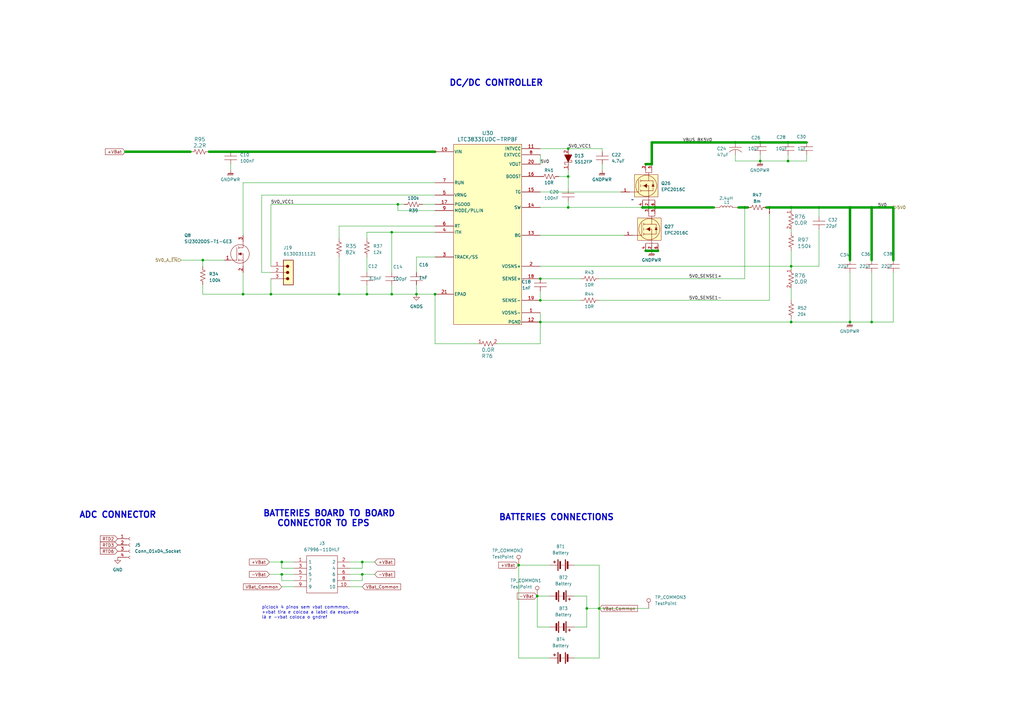
<source format=kicad_sch>
(kicad_sch (version 20230121) (generator eeschema)
  (paper "A3")
  (junction (at 160.655 120.65))
  (junction (at 263.525 85.09))
  (junction (at 221.615 123.19))
  (junction (at 233.045 85.09))
  (junction (at 111.125 120.65))
  (junction (at 221.615 132.08))
  (junction (at 323.215 58.42))
  (junction (at 221.615 114.3))
  (junction (at 335.915 85.09))
  (junction (at 267.335 102.87))
  (junction (at 170.815 120.65))
  (junction (at 323.215 66.04))
  (junction (at 178.435 120.65))
  (junction (at 311.785 66.04))
  (junction (at 115.57 235.585))
  (junction (at 94.615 62.23))
  (junction (at 148.59 235.585))
  (junction (at 240.665 249.555))
  (junction (at 233.045 60.96))
  (junction (at 160.655 95.25))
  (junction (at 348.615 85.09))
  (junction (at 315.595 85.09))
  (junction (at 266.065 85.09))
  (junction (at 324.485 85.09))
  (junction (at 305.435 85.09))
  (junction (at 301.625 58.42))
  (junction (at 268.605 85.09))
  (junction (at 139.065 120.65))
  (junction (at 324.485 109.22))
  (junction (at 233.045 72.39))
  (junction (at 163.195 83.82))
  (junction (at 83.185 106.68))
  (junction (at 99.695 120.65))
  (junction (at 150.495 120.65))
  (junction (at 245.745 249.555))
  (junction (at 220.345 244.475))
  (junction (at 267.335 67.31))
  (junction (at 348.615 132.08))
  (junction (at 148.59 230.505))
  (junction (at 311.785 58.42))
  (junction (at 212.725 231.775))
  (junction (at 324.485 132.08))
  (junction (at 357.505 85.09))
  (junction (at 357.505 132.08))
  (junction (at 115.57 230.505))
  (wire (pts (xy 143.51 233.045) (xy 148.59 233.045)))
  (wire (pts (xy 247.015 67.31) (xy 247.015 69.85)))
  (wire (pts (xy 240.665 249.555) (xy 245.745 249.555)))
  (wire (pts (xy 225.425 244.475) (xy 220.345 244.475)))
  (wire (pts (xy 178.435 92.71) (xy 139.065 92.71)))
  (wire (pts (xy 221.615 78.74) (xy 254.635 78.74)))
  (wire (pts (xy 225.425 269.875) (xy 212.725 269.875)))
  (wire (pts (xy 357.505 85.09) (xy 366.395 85.09)) (stroke (width 1)))
  (wire (pts (xy 51.435 62.23) (xy 78.105 62.23)) (stroke (width 1)))
  (wire (pts (xy 335.915 93.98) (xy 335.915 109.22)))
  (wire (pts (xy 366.395 85.09) (xy 366.395 106.68)) (stroke (width 1)))
  (wire (pts (xy 115.57 230.505) (xy 115.57 233.045)))
  (wire (pts (xy 110.49 235.585) (xy 115.57 235.585)))
  (wire (pts (xy 357.505 106.68) (xy 357.505 85.09)) (stroke (width 1)))
  (wire (pts (xy 170.815 116.84) (xy 170.815 120.65)))
  (wire (pts (xy 111.125 111.76) (xy 107.315 111.76)))
  (wire (pts (xy 324.485 132.08) (xy 348.615 132.08)))
  (wire (pts (xy 324.485 102.87) (xy 324.485 109.22)))
  (wire (pts (xy 111.125 83.82) (xy 163.195 83.82)))
  (wire (pts (xy 221.615 114.3) (xy 238.125 114.3)))
  (wire (pts (xy 314.325 85.09) (xy 315.595 85.09)) (stroke (width 1)))
  (wire (pts (xy 357.505 132.08) (xy 366.395 132.08)))
  (wire (pts (xy 335.915 85.09) (xy 335.915 88.9)))
  (wire (pts (xy 115.57 238.125) (xy 120.65 238.125)))
  (wire (pts (xy 311.785 66.04) (xy 323.215 66.04)))
  (wire (pts (xy 110.49 230.505) (xy 115.57 230.505)))
  (wire (pts (xy 330.835 63.5) (xy 330.835 66.04)))
  (wire (pts (xy 267.335 58.42) (xy 301.625 58.42)) (stroke (width 1)))
  (wire (pts (xy 143.51 240.665) (xy 148.59 240.665)))
  (wire (pts (xy 240.665 249.555) (xy 240.665 257.175)))
  (wire (pts (xy 139.065 92.71) (xy 139.065 97.79)))
  (wire (pts (xy 143.51 238.125) (xy 148.59 238.125)))
  (wire (pts (xy 245.745 249.555) (xy 266.065 249.555)))
  (wire (pts (xy 245.745 114.3) (xy 305.435 114.3)))
  (wire (pts (xy 203.835 140.97) (xy 221.615 140.97)))
  (wire (pts (xy 99.695 120.65) (xy 111.125 120.65)))
  (wire (pts (xy 150.495 95.25) (xy 150.495 97.79)))
  (wire (pts (xy 301.625 58.42) (xy 311.785 58.42)) (stroke (width 1)))
  (wire (pts (xy 83.185 116.84) (xy 83.185 120.65)))
  (wire (pts (xy 245.745 123.19) (xy 315.595 123.19)))
  (wire (pts (xy 150.495 120.65) (xy 160.655 120.65)))
  (wire (pts (xy 348.615 85.09) (xy 357.505 85.09)) (stroke (width 1)))
  (wire (pts (xy 170.815 120.65) (xy 178.435 120.65)))
  (wire (pts (xy 170.815 105.41) (xy 178.435 105.41)))
  (wire (pts (xy 264.795 67.31) (xy 267.335 67.31)) (stroke (width 1)))
  (wire (pts (xy 163.195 86.36) (xy 163.195 83.82)))
  (wire (pts (xy 99.695 96.52) (xy 99.695 74.93)))
  (wire (pts (xy 220.345 257.175) (xy 225.425 257.175)))
  (wire (pts (xy 240.665 244.475) (xy 240.665 249.555)))
  (wire (pts (xy 99.695 111.76) (xy 99.695 120.65)))
  (wire (pts (xy 196.215 140.97) (xy 178.435 140.97)))
  (wire (pts (xy 160.655 95.25) (xy 160.655 111.76)))
  (wire (pts (xy 94.615 62.23) (xy 178.435 62.23)) (stroke (width 1)))
  (wire (pts (xy 311.785 63.5) (xy 311.785 66.04)))
  (wire (pts (xy 233.045 69.85) (xy 233.045 72.39)))
  (wire (pts (xy 233.045 72.39) (xy 233.045 77.47)))
  (wire (pts (xy 148.59 230.505) (xy 143.51 230.505)))
  (wire (pts (xy 221.615 132.08) (xy 324.485 132.08)))
  (wire (pts (xy 139.065 120.65) (xy 150.495 120.65)))
  (wire (pts (xy 267.335 67.31) (xy 267.335 58.42)) (stroke (width 1)))
  (wire (pts (xy 163.195 83.82) (xy 165.735 83.82)))
  (wire (pts (xy 235.585 269.875) (xy 245.745 269.875)))
  (wire (pts (xy 267.335 102.87) (xy 269.875 102.87)) (stroke (width 1)))
  (wire (pts (xy 315.595 87.63) (xy 315.595 123.19)))
  (wire (pts (xy 323.215 66.04) (xy 330.835 66.04)))
  (wire (pts (xy 263.525 85.09) (xy 266.065 85.09)) (stroke (width 1)))
  (wire (pts (xy 160.655 116.84) (xy 160.655 120.65)))
  (wire (pts (xy 240.665 257.175) (xy 235.585 257.175)))
  (wire (pts (xy 74.295 106.68) (xy 83.185 106.68)))
  (wire (pts (xy 148.59 235.585) (xy 143.51 235.585)))
  (wire (pts (xy 83.185 106.68) (xy 83.185 109.22)))
  (wire (pts (xy 245.745 231.775) (xy 245.745 249.555)))
  (wire (pts (xy 85.725 62.23) (xy 94.615 62.23)) (stroke (width 1)))
  (wire (pts (xy 221.615 128.27) (xy 221.615 132.08)))
  (wire (pts (xy 221.615 63.5) (xy 221.615 67.31)))
  (wire (pts (xy 229.235 72.39) (xy 233.045 72.39)))
  (wire (pts (xy 245.745 249.555) (xy 245.745 269.875)))
  (wire (pts (xy 120.65 230.505) (xy 115.57 230.505)))
  (wire (pts (xy 221.615 119.38) (xy 221.615 123.19)))
  (wire (pts (xy 221.615 85.09) (xy 233.045 85.09)))
  (wire (pts (xy 335.915 109.22) (xy 324.485 109.22)))
  (wire (pts (xy 311.785 58.42) (xy 323.215 58.42)) (stroke (width 1)))
  (wire (pts (xy 150.495 105.41) (xy 150.495 111.76)))
  (wire (pts (xy 99.695 74.93) (xy 178.435 74.93)))
  (wire (pts (xy 233.045 82.55) (xy 233.045 85.09)))
  (wire (pts (xy 115.57 233.045) (xy 120.65 233.045)))
  (wire (pts (xy 366.395 111.76) (xy 366.395 132.08)))
  (wire (pts (xy 221.615 96.52) (xy 255.905 96.52)))
  (wire (pts (xy 357.505 111.76) (xy 357.505 132.08)))
  (wire (pts (xy 173.355 83.82) (xy 178.435 83.82)))
  (wire (pts (xy 139.065 105.41) (xy 139.065 120.65)))
  (wire (pts (xy 111.125 120.65) (xy 139.065 120.65)))
  (wire (pts (xy 107.315 80.01) (xy 178.435 80.01)))
  (wire (pts (xy 348.615 132.08) (xy 357.505 132.08)))
  (wire (pts (xy 170.815 111.76) (xy 170.815 105.41)))
  (wire (pts (xy 120.65 235.585) (xy 115.57 235.585)))
  (wire (pts (xy 268.605 85.09) (xy 292.735 85.09)) (stroke (width 1)))
  (wire (pts (xy 235.585 231.775) (xy 245.745 231.775)))
  (wire (pts (xy 150.495 116.84) (xy 150.495 120.65)))
  (wire (pts (xy 301.625 63.5) (xy 301.625 66.04)))
  (wire (pts (xy 301.625 66.04) (xy 311.785 66.04)))
  (wire (pts (xy 235.585 244.475) (xy 240.665 244.475)))
  (wire (pts (xy 148.59 230.505) (xy 153.67 230.505)))
  (wire (pts (xy 324.485 118.11) (xy 324.485 123.19)))
  (wire (pts (xy 221.615 123.19) (xy 238.125 123.19)))
  (wire (pts (xy 178.435 95.25) (xy 160.655 95.25)))
  (wire (pts (xy 212.725 269.875) (xy 212.725 231.775)))
  (wire (pts (xy 107.315 80.01) (xy 107.315 111.76)))
  (wire (pts (xy 115.57 235.585) (xy 115.57 238.125)))
  (wire (pts (xy 148.59 233.045) (xy 148.59 230.505)))
  (wire (pts (xy 348.615 111.76) (xy 348.615 132.08)))
  (wire (pts (xy 221.615 109.22) (xy 324.485 109.22)))
  (wire (pts (xy 305.435 114.3) (xy 305.435 85.09)))
  (wire (pts (xy 83.185 120.65) (xy 99.695 120.65)))
  (wire (pts (xy 324.485 130.81) (xy 324.485 132.08)))
  (wire (pts (xy 160.655 95.25) (xy 150.495 95.25)))
  (wire (pts (xy 302.895 85.09) (xy 305.435 85.09)) (stroke (width 1)))
  (wire (pts (xy 247.015 62.23) (xy 247.015 60.96)))
  (wire (pts (xy 315.595 85.09) (xy 324.485 85.09)) (stroke (width 1)))
  (wire (pts (xy 221.615 140.97) (xy 221.615 132.08)))
  (wire (pts (xy 212.725 231.775) (xy 225.425 231.775)))
  (bus (pts (xy 259.08 81.915) (xy 259.715 81.915)))
  (wire (pts (xy 324.485 93.98) (xy 324.485 95.25)))
  (wire (pts (xy 178.435 86.36) (xy 163.195 86.36)))
  (wire (pts (xy 323.215 58.42) (xy 330.835 58.42)) (stroke (width 1)))
  (wire (pts (xy 178.435 140.97) (xy 178.435 120.65)))
  (wire (pts (xy 83.185 106.68) (xy 92.075 106.68)))
  (wire (pts (xy 305.435 85.09) (xy 306.705 85.09)) (stroke (width 1)))
  (wire (pts (xy 111.125 83.82) (xy 111.125 109.22)))
  (wire (pts (xy 233.045 60.96) (xy 247.015 60.96)))
  (wire (pts (xy 348.615 85.09) (xy 348.615 106.68)) (stroke (width 1)))
  (wire (pts (xy 324.485 85.09) (xy 324.485 86.36)))
  (wire (pts (xy 148.59 235.585) (xy 153.67 235.585)))
  (wire (pts (xy 94.615 67.31) (xy 94.615 69.85)))
  (wire (pts (xy 324.485 85.09) (xy 335.915 85.09)) (stroke (width 1)))
  (wire (pts (xy 323.215 63.5) (xy 323.215 66.04)))
  (wire (pts (xy 111.125 114.3) (xy 111.125 120.65)))
  (wire (pts (xy 160.655 120.65) (xy 170.815 120.65)))
  (wire (pts (xy 335.915 85.09) (xy 348.615 85.09)) (stroke (width 1)))
  (wire (pts (xy 148.59 238.125) (xy 148.59 235.585)))
  (wire (pts (xy 220.345 244.475) (xy 220.345 257.175)))
  (wire (pts (xy 264.795 102.87) (xy 267.335 102.87)) (stroke (width 1)))
  (wire (pts (xy 266.065 85.09) (xy 268.605 85.09)) (stroke (width 1)))
  (wire (pts (xy 233.045 85.09) (xy 263.525 85.09)))
  (wire (pts (xy 324.485 109.22) (xy 324.485 110.49)))
  (wire (pts (xy 221.615 60.96) (xy 233.045 60.96)))
  (wire (pts (xy 115.57 240.665) (xy 120.65 240.665)))
  (text "DC/DC CONTROLLER" (at 184.15 35.56 0) (effects (font (size 2.5 2.5) (thickness 0.5) bold) (justify left bottom)))
  (text "BATTERIES BOARD TO BOARD \n   CONNECTOR TO EPS\n" (at 107.7834 216.158 0) (effects (font (size 2.5 2.5) (thickness 0.5) bold) (justify left bottom)))
  (text "ADC CONNECTOR" (at 32.385 212.725 0) (effects (font (size 2.5 2.5) (thickness 0.5) bold) (justify left bottom)))
  (text "piclock 4 pinos sem vbat commmon, \n+vbat tira e colcoa a label da esquerda \nlá e -vbat coloca o gndref" (at 107.315 254 0) (effects (font (size 1.27 1.27)) (justify left bottom)))
  (text "BATTERIES CONNECTIONS\n" (at 204.5112 213.7235 0) (effects (font (size 2.5 2.5) (thickness 0.5) bold) (justify left bottom)))
  (label "5V0_VCC1" (at 233.045 60.96 0))
  (label "5V0" (at 360.045 85.09 0))
  (label "VBUS_BK5V0" (at 280.035 58.42 0))
  (label "5V0_SENSE1+" (at 282.575 114.3 0))
  (label "5V0" (at 221.615 67.31 0))
  (label "5V0_VCC1" (at 111.125 83.82 0))
  (label "5V0_SENSE1-" (at 282.575 123.19 0))
  (global_label "RTD6" (shape input) (at 48.26 226.06 180) (property "Intersheetrefs" "${INTERSHEET_REFS}" (effects hide)))
  (global_label "-VBat" (shape input) (at 220.345 244.475 180) (property "Intersheetrefs" "${INTERSHEET_REFS}" (effects hide)))
  (global_label "-VBat" (shape input) (at 153.67 235.585 0) (property "Intersheetrefs" "${INTERSHEET_REFS}" (effects hide)))
  (global_label "+VBat" (shape input) (at 212.725 231.775 180) (property "Intersheetrefs" "${INTERSHEET_REFS}" (effects hide)))
  (global_label "RTD2" (shape input) (at 48.26 220.98 180) (property "Intersheetrefs" "${INTERSHEET_REFS}" (effects hide)))
  (global_label "VBat_Common" (shape input) (at 245.745 249.555 0) (property "Intersheetrefs" "${INTERSHEET_REFS}" (effects hide)))
  (global_label "VBat_Common" (shape input) (at 148.59 240.665 0) (property "Intersheetrefs" "${INTERSHEET_REFS}" (effects hide)))
  (global_label "-VBat" (shape input) (at 110.49 235.585 180) (property "Intersheetrefs" "${INTERSHEET_REFS}" (effects hide)))
  (global_label "RTD3" (shape input) (at 48.26 223.52 180) (property "Intersheetrefs" "${INTERSHEET_REFS}" (effects hide)))
  (global_label "+VBat" (shape input) (at 51.435 62.23 180) (property "Intersheetrefs" "${INTERSHEET_REFS}" (effects hide)))
  (global_label "VBat_Common" (shape input) (at 115.57 240.665 180) (property "Intersheetrefs" "${INTERSHEET_REFS}" (effects hide)))
  (global_label "+VBat" (shape input) (at 153.67 230.505 0) (property "Intersheetrefs" "${INTERSHEET_REFS}" (effects hide)))
  (global_label "+VBat" (shape input) (at 110.49 230.505 180) (property "Intersheetrefs" "${INTERSHEET_REFS}" (effects hide)))
  (hierarchical_label "5V0_A_~{EN}" (shape input) (at 74.295 106.68 180))
  (hierarchical_label "5V0" (shape output) (at 366.395 85.09 0))
  (symbol (lib_id "LTC3833EUDC#TRPBF:LTC3833EUDC-TRPBF") (at 173.355 64.77 0) (unit 1)
    (property "Reference" "U30" (at 200.025 54.61 0) (effects (font (size 1.524 1.524))))
    (property "Value" "LTC3833EUDC-TRPBF" (at 200.025 57.15 0) (effects (font (size 1.524 1.524))))
    (property "Footprint" "footprints:LTC3833EUDC#TRPBF" (effects hide))
    (property "Datasheet" "https://www.analog.com/media/en/technical-documentation/data-sheets/3833f.pdf" (effects hide))
    (instances (project "eps-re_project" (path "" (reference "U30") (unit 1)) (path "" (reference "U23") (unit 1))) (project "bat-module" (path "" (reference "U7") (unit 1))))
  )
  (symbol (lib_id "GCM32ER71C226KE19L:GCM32ER71C226KE19L") (at 357.505 106.68 0) (unit 1)
    (property "Reference" "C36" (at 353.1362 104.2416 0) (effects (justify left)))
    (property "Value" "22uF" (at 352.425 109.22 0) (effects (justify left)))
    (property "Footprint" "footprints:GCM32ER71C226KE19L" (effects hide))
    (property "Datasheet" "https://www.murata.com/en-us/products/productdetail?partno=GCM32ER71C226KE19%23" (effects hide))
    (property "automotive" "Yes" (effects hide))
    (property "automotive grade" "Grade 1" (effects hide))
    (property "capacitance" "22uF" (effects hide))
    (property "category" "Cap" (effects hide))
    (property "device class L1" "Passive Components" (effects hide))
    (property "device class L2" "Capacitors" (effects hide))
    (property "device class L3" "Ceramic Capacitors" (effects hide))
    (property "digikey description" "Cap Ceramic 22pF 50V X7R 10% SMD 0603 125°C Punched Paper T/R" (effects hide))
    (property "digikey part number" "399-13715-2-ND" (effects hide))
    (property "height" "2.7mm" (effects hide))
    (property "lead free" "Yes" (effects hide))
    (property "library id" "c3f1d06b93fd8ef7" (effects hide))
    (property "manufacturer" "Murata" (effects hide))
    (property "material" "Ceramic" (effects hide))
    (property "mouser description" "Cap Ceramic 22pF 50V X7R 10% SMD 0603 125°C Punched Paper T/R" (effects hide))
    (property "mouser part number" "80-C0603C220K5RAUTO" (effects hide))
    (property "package" "1210" (effects hide))
    (property "rohs" "Yes" (effects hide))
    (property "temperature characteristic" "X7R" (effects hide))
    (property "temperature coefficient" "15%" (effects hide))
    (property "temperature range high" "+125°C" (effects hide))
    (property "temperature range low" "-55°C" (effects hide))
    (property "tolerance" "10%" (effects hide))
    (property "voltage rating" "16V" (effects hide))
    (property "ipc land pattern name" "CAPC320250X250" (effects hide))
    (instances (project "eps-re_project" (path "" (reference "C36") (unit 1)) (path "" (reference "C37") (unit 1))) (project "5V0_LoadConverter" (path "" (reference "C14") (unit 1))) (project "5V0_LoadConverter" (path "" (reference "C29") (unit 1))) (project "bat-module" (path "" (reference "C25") (unit 1))))
  )
  (symbol (lib_id "power:GNDPWR") (at 247.015 69.85 0) (unit 1)
    (property "Reference" "#PWR069" (effects hide))
    (property "Value" "GNDPWR" (at 246.888 73.66 0))
    (instances (project "eps-re_project" (path "" (reference "#PWR069") (unit 1))) (project "bat-module" (path "" (reference "#PWR012") (unit 1))))
  )
  (symbol (lib_id "GCM32ER71C226KE19L:GCM32ER71C226KE19L") (at 366.395 106.68 0) (unit 1)
    (property "Reference" "C38" (at 362.2294 104.14 0) (effects (justify left)))
    (property "Value" "22uF" (at 361.315 109.22 0) (effects (justify left)))
    (property "Footprint" "footprints:GCM32ER71C226KE19L" (effects hide))
    (property "Datasheet" "https://www.murata.com/en-us/products/productdetail?partno=GCM32ER71C226KE19%23" (effects hide))
    (property "automotive" "Yes" (effects hide))
    (property "automotive grade" "Grade 1" (effects hide))
    (property "capacitance" "22uF" (effects hide))
    (property "category" "Cap" (effects hide))
    (property "device class L1" "Passive Components" (effects hide))
    (property "device class L2" "Capacitors" (effects hide))
    (property "device class L3" "Ceramic Capacitors" (effects hide))
    (property "digikey description" "Cap Ceramic 22pF 50V X7R 10% SMD 0603 125°C Punched Paper T/R" (effects hide))
    (property "digikey part number" "399-13715-2-ND" (effects hide))
    (property "height" "2.7mm" (effects hide))
    (property "lead free" "Yes" (effects hide))
    (property "library id" "c3f1d06b93fd8ef7" (effects hide))
    (property "manufacturer" "Murata" (effects hide))
    (property "material" "Ceramic" (effects hide))
    (property "mouser description" "Cap Ceramic 22pF 50V X7R 10% SMD 0603 125°C Punched Paper T/R" (effects hide))
    (property "mouser part number" "80-C0603C220K5RAUTO" (effects hide))
    (property "package" "1210" (effects hide))
    (property "rohs" "Yes" (effects hide))
    (property "temperature characteristic" "X7R" (effects hide))
    (property "temperature coefficient" "15%" (effects hide))
    (property "temperature range high" "+125°C" (effects hide))
    (property "temperature range low" "-55°C" (effects hide))
    (property "tolerance" "10%" (effects hide))
    (property "voltage rating" "16V" (effects hide))
    (property "ipc land pattern name" "CAPC320250X250" (effects hide))
    (instances (project "eps-re_project" (path "" (reference "C38") (unit 1)) (path "" (reference "C39") (unit 1))) (project "5V0_LoadConverter" (path "" (reference "C15") (unit 1))) (project "5V0_LoadConverter" (path "" (reference "C31") (unit 1))) (project "bat-module" (path "" (reference "C26") (unit 1))))
  )
  (symbol (lib_id "Jumper:Jumper") (at 315.595 86.36 90) (unit 1)
    (property "Reference" "JP2" (effects hide))
    (property "Value" "SolderJumper_2_Bridged" (effects hide))
    (property "Footprint" "footprints:Jumper" (effects hide))
    (instances (project "eps-re_project" (path "" (reference "JP2") (unit 1))) (project "bat-module" (path "" (reference "JP1") (unit 1))))
  )
  (symbol (lib_id "CRCW060310R0FKEAHP:CRCW060310R0FKEAHP") (at 250.571 123.19 180) (unit 1)
    (property "Reference" "R44" (at 241.681 120.65 0))
    (property "Value" "10R" (at 241.681 125.73 0))
    (property "Footprint" "footprints:CRCW060310R0FKEAHP" (effects hide))
    (property "Datasheet" "http://www.farnell.com/datasheets/1885357.pdf" (effects hide))
    (property "Description" "CRCW Power Resistor 0603 0.25W 10R 1% Vishay CRCW Series Thick Film Power Resistor 0603 Case 10 +/-1% 0.1W +/-100ppm/K" (effects hide))
    (property "Height" "0.5" (effects hide))
    (property "Manufacturer_Name" "Vishay" (effects hide))
    (property "Manufacturer_Part_Number" "CRCW060310R0FKEAHP" (effects hide))
    (property "Mouser Part Number" "71-CRCW060310R0FKEAH" (effects hide))
    (property "Mouser Price/Stock" "https://www.mouser.co.uk/ProductDetail/Vishay-Dale/CRCW060310R0FKEAHP?qs=k2%2FDWSARqgHKJ7AdmQKyZw%3D%3D" (effects hide))
    (property "Arrow Part Number" "CRCW060310R0FKEAHP" (effects hide))
    (property "Arrow Price/Stock" "https://www.arrow.com/en/products/crcw060310r0fkeahp/vishay?region=nac" (effects hide))
    (instances (project "eps-re_project" (path "" (reference "R44") (unit 1)) (path "" (reference "R42") (unit 1))) (project "5V0_LoadConverter" (path "" (reference "R6") (unit 1))) (project "5V0_LoadConverter" (path "" (reference "R13") (unit 1))) (project "bat-module" (path "" (reference "R37") (unit 1))))
  )
  (symbol (lib_id "Device:Battery") (at 230.505 231.775 90) (unit 1)
    (property "Reference" "BT1" (at 229.9335 224.155 90))
    (property "Value" "Battery" (at 229.9335 226.695 90))
  )
  (symbol (lib_id "744325240:744325240") (at 285.115 85.09 0) (unit 1)
    (property "Reference" "L1" (at 298.1706 83.0072 0))
    (property "Value" "2.4uH" (at 297.815 81.28 0))
    (property "Footprint" "footprints:744325240" (effects hide))
    (property "Mouser Part Number" "710-744325240" (effects hide))
    (property "Mouser Price/Stock" "https://www.mouser.co.uk/ProductDetail/Wurth-Elektronik/744325240?qs=rS3zZhy2AQMrPYR9dqBgsw%3D%3D" (effects hide))
    (property "Manufacturer_Name" "Wurth Elektronik" (effects hide))
    (property "Manufacturer_Part_Number" "744325240" (effects hide))
    (instances (project "eps-re_project" (path "" (reference "L1") (unit 1)) (path "" (reference "L8") (unit 1))) (project "5V0_LoadConverter" (path "" (reference "L1") (unit 1))) (project "5V0_LoadConverter" (path "" (reference "L2") (unit 1))) (project "bat-module" (path "" (reference "L1") (unit 1))))
  )
  (symbol (lib_id "CRCW06030000Z0EAHP:CRCW06030000Z0EAHP") (at 324.485 107.95 270) (unit 1)
    (property "Reference" "R76" (at 325.755 113.03 90) (effects (font (size 1.524 1.524)) (justify left)))
    (property "Value" "0.0R" (at 325.755 115.57 90) (effects (font (size 1.524 1.524)) (justify left)))
    (property "Footprint" "footprints:CRCW06030000Z0EAHP" (effects hide))
    (property "Datasheet" "CRCW06030000Z0EAHP" (effects hide))
    (instances (project "eps-re_project" (path "" (reference "R76") (unit 1)) (path "" (reference "R51") (unit 1))) (project "bat-module" (path "" (reference "R41") (unit 1))))
  )
  (symbol (lib_id "power:GNDPWR") (at 348.615 132.08 0) (unit 1)
    (property "Reference" "#PWR067" (effects hide))
    (property "Value" "GNDPWR" (at 348.488 135.89 0))
    (instances (project "eps-re_project" (path "" (reference "#PWR067") (unit 1))) (project "bat-module" (path "" (reference "#PWR047") (unit 1))))
  )
  (symbol (lib_id "C0603C102F3GACTU:C0603C102F3GACTU") (at 221.615 114.3 0) (unit 1)
    (property "Reference" "C18" (at 217.805 115.57 0) (effects (justify right)))
    (property "Value" "1nF" (at 217.805 118.11 0) (effects (justify right)))
    (property "Footprint" "footprints:C0603C102F3GACTU" (effects hide))
    (property "Datasheet" "https://api.kemet.com/component-edge/download/datasheet/C0603C100J5GACAUTO.pdf" (effects hide))
    (property "automotive" "Yes" (effects hide))
    (property "automotive grade" "Grade 1" (effects hide))
    (property "capacitance" "1,000 pF" (effects hide))
    (property "category" "Cap" (effects hide))
    (property "device class L1" "Passive Components" (effects hide))
    (property "device class L2" "Capacitors" (effects hide))
    (property "device class L3" "Ceramic Capacitors" (effects hide))
    (property "digikey description" "CAP CER 1000PF 25V 1% NP0 0603" (effects hide))
    (property "digikey part number" "C0603C102F3GACTU-ND" (effects hide))
    (property "height" "0.87mm" (effects hide))
    (property "lead free" "Yes" (effects hide))
    (property "library id" "46f08c8db7ea7e1d" (effects hide))
    (property "manufacturer" "KEMET" (effects hide))
    (property "material" "Ceramic" (effects hide))
    (property "mouser description" "Capacitor, Ceramic, 1Nf, 25Vdc, 1-% Tol, 1+% Tol, C0g-Tc Code, -30, 30Ppm-Tc" (effects hide))
    (property "mouser part number" "80-C0603C102F3G" (effects hide))
    (property "package" "0603" (effects hide))
    (property "rohs" "Yes" (effects hide))
    (property "temperature characteristic" "C0G" (effects hide))
    (property "temperature coefficient" "30ppm/°C" (effects hide))
    (property "temperature range high" "+125°C" (effects hide))
    (property "temperature range low" "-55°C" (effects hide))
    (property "tolerance" "0.01" (effects hide))
    (property "voltage rating" "25 V" (effects hide))
    (instances (project "eps-re_project" (path "" (reference "C18") (unit 1)) (path "" (reference "C19") (unit 1))) (project "5V0_LoadConverter" (path "" (reference "C2") (unit 1))) (project "5V0_LoadConverter" (path "" (reference "C11") (unit 1))) (project "bat-module" (path "" (reference "C16") (unit 1))))
  )
  (symbol (lib_id "C0603C104K5RACTU:C0603C104K5RACTU") (at 233.045 77.47 0) (unit 1)
    (property "Reference" "C20" (at 229.235 78.74 0) (effects (justify right)))
    (property "Value" "100nF" (at 229.235 81.28 0) (effects (justify right)))
    (property "Footprint" "footprints:C0603C104K5RACTU" (effects hide))
    (property "Datasheet" "https://api.kemet.com/component-edge/download/datasheet/C0603C100J5GACAUTO.pdf" (effects hide))
    (property "automotive" "Yes" (effects hide))
    (property "automotive grade" "Grade 1" (effects hide))
    (property "capacitance" "0.10 μF" (effects hide))
    (property "category" "Cap" (effects hide))
    (property "device class L1" "Passive Components" (effects hide))
    (property "device class L2" "Capacitors" (effects hide))
    (property "device class L3" "Ceramic Capacitors" (effects hide))
    (property "digikey description" "CAP CER 0.1UF 50V X7R 0603" (effects hide))
    (property "digikey part number" "399-5089-2-ND" (effects hide))
    (property "height" "0.87mm" (effects hide))
    (property "lead free" "Yes" (effects hide))
    (property "library id" "73022d3323b2b2b8" (effects hide))
    (property "manufacturer" "KEMET" (effects hide))
    (property "material" "Ceramic" (effects hide))
    (property "mouser part number" "80-C0603C104K5R7867" (effects hide))
    (property "package" "0603" (effects hide))
    (property "rohs" "Yes" (effects hide))
    (property "temperature characteristic" "X7R" (effects hide))
    (property "temperature coefficient" "30ppm/°C" (effects hide))
    (property "temperature range high" "+125°C" (effects hide))
    (property "temperature range low" "-55°C" (effects hide))
    (property "tolerance" "0.1" (effects hide))
    (property "voltage rating" "50 V" (effects hide))
    (instances (project "eps-re_project" (path "" (reference "C20") (unit 1)) (path "" (reference "C21") (unit 1))) (project "5V0_LoadConverter" (path "" (reference "C7") (unit 1))) (project "5V0_LoadConverter" (path "" (reference "C13") (unit 1))) (project "bat-module" (path "" (reference "C17") (unit 1))))
  )
  (symbol (lib_id "CRCW0603150KFKEAHP:CRCW0603150KFKEAHP") (at 324.485 105.41 90) (unit 1)
    (property "Reference" "R97" (at 327.025 98.425 90) (effects (font (size 1.524 1.524)) (justify right)))
    (property "Value" "150k" (at 327.025 100.965 90) (effects (font (size 1.524 1.524)) (justify right)))
    (property "Footprint" "footprints:CRCW0603150KFKEAHP" (effects hide))
    (property "Datasheet" "CRCW0603150KFKEAHP" (effects hide))
    (instances (project "eps-re_project" (path "" (reference "R97") (unit 1)) (path "" (reference "R50") (unit 1))) (project "bat-module" (path "" (reference "R40") (unit 1))))
  )
  (symbol (lib_id "C0603C220K5RACAUTO:C0603C220K5RACAUTO") (at 335.915 88.9 0) (unit 1)
    (property "Reference" "C32" (at 343.535 90.17 0) (effects (justify right)))
    (property "Value" "22pF" (at 343.535 92.71 0) (effects (justify right)))
    (property "Footprint" "footprints:C0603C220K5RACAUTO" (effects hide))
    (property "Datasheet" "https://api.kemet.com/component-edge/download/datasheet/C0603C100J5GACAUTO.pdf" (effects hide))
    (property "automotive" "Yes" (effects hide))
    (property "automotive grade" "Grade 1" (effects hide))
    (property "capacitance" "22 pF" (effects hide))
    (property "category" "Cap" (effects hide))
    (property "device class L1" "Passive Components" (effects hide))
    (property "device class L2" "Capacitors" (effects hide))
    (property "device class L3" "Ceramic Capacitors" (effects hide))
    (property "digikey description" "Cap Ceramic 22pF 50V X7R 10% SMD 0603 125°C Punched Paper T/R" (effects hide))
    (property "digikey part number" "399-13715-2-ND" (effects hide))
    (property "height" "0.87mm" (effects hide))
    (property "lead free" "Yes" (effects hide))
    (property "library id" "f369d16140aeee74" (effects hide))
    (property "manufacturer" "KEMET" (effects hide))
    (property "material" "Ceramic" (effects hide))
    (property "mouser description" "Cap Ceramic 22pF 50V X7R 10% SMD 0603 125°C Punched Paper T/R" (effects hide))
    (property "mouser part number" "80-C0603C220K5RAUTO" (effects hide))
    (property "package" "0603" (effects hide))
    (property "rohs" "Yes" (effects hide))
    (property "temperature characteristic" "X7R" (effects hide))
    (property "temperature coefficient" "30ppm/°C" (effects hide))
    (property "temperature range high" "+125°C" (effects hide))
    (property "temperature range low" "-55°C" (effects hide))
    (property "tolerance" "0.1" (effects hide))
    (property "voltage rating" "50 V" (effects hide))
    (instances (project "eps-re_project" (path "" (reference "C32") (unit 1)) (path "" (reference "C33") (unit 1))) (project "5V0_LoadConverter" (path "" (reference "C12") (unit 1))) (project "5V0_LoadConverter" (path "" (reference "C25") (unit 1))) (project "bat-module" (path "" (reference "C23") (unit 1))))
  )
  (symbol (lib_id "CRCW06032R20FKEAHP:CRCW06032R20FKEAHP") (at 86.995 62.23 180) (unit 1)
    (property "Reference" "R95" (at 81.915 57.15 0) (effects (font (size 1.524 1.524))))
    (property "Value" "2.2R" (at 81.915 59.69 0) (effects (font (size 1.524 1.524))))
    (property "Footprint" "footprints:CRCW06032R20FKEAHP" (effects hide))
    (property "Datasheet" "CRCW06032R20FKEAHP" (effects hide))
    (instances (project "eps-re_project" (path "" (reference "R95") (unit 1)) (path "" (reference "R31") (unit 1))) (project "bat-module" (path "" (reference "R30") (unit 1))))
  )
  (symbol (lib_id "61300311121:61300311121") (at 111.125 109.22 0) (unit 1)
    (property "Reference" "J19" (at 116.205 101.6 0) (effects (justify left)))
    (property "Value" "61300311121" (at 116.205 104.14 0) (effects (justify left)))
    (property "Footprint" "footprints:three_position_jumper" (effects hide))
    (property "Datasheet" "http://katalog.we-online.de/em/datasheet/6130xx11121.pdf" (effects hide))
    (property "Height" "8.69" (effects hide))
    (property "Mouser Part Number" "710-61300311121" (effects hide))
    (property "Mouser Price/Stock" "https://www.mouser.co.uk/ProductDetail/Wurth-Elektronik/61300311121?qs=PhR8RmCirEYxRWFJzNKsUw%3D%3D" (effects hide))
    (property "Manufacturer_Name" "Wurth Elektronik" (effects hide))
    (property "Manufacturer_Part_Number" "61300311121" (effects hide))
    (instances (project "eps-re_project" (path "" (reference "J19") (unit 1)) (path "" (reference "J19") (unit 1))) (project "bat-module" (path "" (reference "J6") (unit 1))))
  )
  (symbol (lib_id "Device:Battery") (at 230.505 244.475 270) (unit 1)
    (property "Reference" "BT2" (at 231.0765 236.855 90))
    (property "Value" "Battery" (at 231.0765 239.395 90))
  )
  (symbol (lib_id "Connector:TestPoint") (at 220.345 244.475 0) (unit 1)
    (property "Reference" "TP_COMMON1" (at 209.3183 238.1318 0) (effects (justify left)))
    (property "Value" "TestPoint" (at 209.3183 240.6718 0) (effects (justify left)))
  )
  (symbol (lib_id "Connector:Conn_01x04_Socket") (at 53.34 223.52 0) (unit 1)
    (property "Reference" "J5" (at 55.245 223.52 0) (effects (justify left)))
    (property "Value" "Conn_01x04_Socket" (at 55.245 226.06 0) (effects (justify left)))
  )
  (symbol (lib_id "power:GNDPWR") (at 94.615 69.85 0) (unit 1)
    (property "Reference" "#PWR070" (effects hide))
    (property "Value" "GNDPWR" (at 94.488 73.66 0))
    (instances (project "eps-re_project" (path "" (reference "#PWR070") (unit 1))) (project "bat-module" (path "" (reference "#PWR010") (unit 1))))
  )
  (symbol (lib_id "SS12FP:SS12FP") (at 233.045 76.2 90) (unit 1)
    (property "Reference" "D13" (at 235.585 63.881 90) (effects (justify right)))
    (property "Value" "SS12FP" (at 235.585 66.421 90) (effects (justify right)))
    (property "Footprint" "footprints:SS12FP" (effects hide))
    (property "Datasheet" "http://www.onsemi.com/pub/Collateral/S110FP-D.pdf" (effects hide))
    (property "Height" "1" (effects hide))
    (property "Mouser Part Number" "512-SS12FP" (effects hide))
    (property "Mouser Price/Stock" "https://www.mouser.co.uk/ProductDetail/ON-Semiconductor-Fairchild/SS12FP?qs=R26iFe%2FkX%2FLDfxY7OgqtVg%3D%3D" (effects hide))
    (property "Manufacturer_Name" "onsemi" (effects hide))
    (property "Manufacturer_Part_Number" "SS12FP" (effects hide))
    (instances (project "eps-re_project" (path "" (reference "D13") (unit 1)) (path "" (reference "D1") (unit 1))) (project "bat-module" (path "" (reference "D1") (unit 1))))
  )
  (symbol (lib_id "EPC2016C:EPC2016C") (at 257.175 96.52 0) (unit 1)
    (property "Reference" "Q27" (at 272.415 92.964 0) (effects (justify left)))
    (property "Value" "EPC2016C" (at 272.415 95.504 0) (effects (justify left)))
    (property "Footprint" "footprints:EPC2016C" (effects hide))
    (property "Datasheet" "https://epc-co.com/epc/Portals/0/epc/documents/datasheets/EPC2016C_datasheet.pdf" (effects hide))
    (property "automotive" "No" (effects hide))
    (property "category" "Trans" (effects hide))
    (property "continuous drain current" "18A" (effects hide))
    (property "depletion mode" "False" (effects hide))
    (property "device class L1" "Discrete Semiconductors" (effects hide))
    (property "device class L2" "Transistors" (effects hide))
    (property "device class L3" "MOSFETs" (effects hide))
    (property "digikey description" "GANFET TRANS 100V 18A BUMPED DIE" (effects hide))
    (property "digikey part number" "917-1080-1-ND" (effects hide))
    (property "drain to source breakdown voltage" "100V" (effects hide))
    (property "drain to source resistance" "12mΩ" (effects hide))
    (property "drain to source voltage" "100V" (effects hide))
    (property "gate to source voltage" "+6/-4V" (effects hide))
    (property "height" "0.815mm" (effects hide))
    (property "input capacitace at vds" "360pF @ 50V" (effects hide))
    (property "lead free" "Yes" (effects hide))
    (property "library id" "edc307fffab956cd" (effects hide))
    (property "manufacturer" "EPC" (effects hide))
    (property "max junction temp" "+150°C" (effects hide))
    (property "number of N channels" "1" (effects hide))
    (property "number of channels" "1" (effects hide))
    (property "package" "SMT_2MM106_1MM632" (effects hide))
    (property "pulse drain current" "75A" (effects hide))
    (property "reverse recovery charge" "0nC" (effects hide))
    (property "rohs" "Yes" (effects hide))
    (property "rthja max" "69°C/W" (effects hide))
    (property "standoff height" "0.08mm" (effects hide))
    (property "technology" "GaN" (effects hide))
    (property "temperature range high" "+150°C" (effects hide))
    (property "temperature range low" "-40°C" (effects hide))
    (property "threshold vgs max" "2.5V" (effects hide))
    (property "threshold vgs min" "0.8V" (effects hide))
    (property "typ forward diode voltage" "1.8V" (effects hide))
    (instances (project "eps-re_project" (path "" (reference "Q27") (unit 1)) (path "" (reference "Q3") (unit 1))) (project "bat-module" (path "" (reference "Q3") (unit 1))))
  )
  (symbol (lib_id "CRCW0603100KFKEAHP:CRCW0603100KFKEAHP") (at 175.895 83.82 180) (unit 1)
    (property "Reference" "R39" (at 169.545 86.36 0))
    (property "Value" "100k" (at 169.545 81.28 0))
    (property "Footprint" "footprints:CRCW0603100KFKEAHP" (effects hide))
    (property "Datasheet" "http://uk.rs-online.com/web/p/products/1823583" (effects hide))
    (property "Description" "VISHAY - CRCW0603100KFKEAHP - SMD Chip Resistor, 0603 [1608 Metric], 100 kohm, CRCW-HP e3 Series, 75 V, Thick Film, 250 mW" (effects hide))
    (property "Height" "0.55" (effects hide))
    (property "Manufacturer_Name" "Vishay" (effects hide))
    (property "Manufacturer_Part_Number" "CRCW0603100KFKEAHP" (effects hide))
    (property "Mouser Part Number" "71-CRCW0603100KFKEAH" (effects hide))
    (property "Mouser Price/Stock" "https://www.mouser.co.uk/ProductDetail/Vishay-Dale/CRCW0603100KFKEAHP?qs=niDbCuOAQ0Uxys8g4tQWNQ%3D%3D" (effects hide))
    (property "Arrow Part Number" "CRCW0603100KFKEAHP" (effects hide))
    (property "Arrow Price/Stock" "https://www.arrow.com/en/products/crcw0603100kfkeahp/vishay?region=nac" (effects hide))
    (instances (project "eps-re_project" (path "" (reference "R39") (unit 1)) (path "" (reference "R40") (unit 1))) (project "5V0_LoadConverter" (path "" (reference "R4") (unit 1))) (project "5V0_LoadConverter" (path "" (reference "R11") (unit 1))) (project "bat-module" (path "" (reference "R33") (unit 1))))
  )
  (symbol (lib_id "T495X476K035ATE300:T495X476K035ATE300") (at 301.625 58.42 0) (unit 1)
    (property "Reference" "C24" (at 294.005 60.96 0) (effects (justify left)))
    (property "Value" "47uF" (at 294.005 63.5 0) (effects (justify left)))
    (property "Footprint" "footprints:T495X476K035ATE300" (effects hide))
    (property "Datasheet" "https://content.kemet.com/datasheets/KEM_T2009_T495.pdf" (effects hide))
    (property "automotive" "No" (effects hide))
    (property "capacitance" "47uF" (effects hide))
    (property "category" "Cap" (effects hide))
    (property "device class L1" "Passive Components" (effects hide))
    (property "device class L2" "Capacitors" (effects hide))
    (property "device class L3" "Tantalum Capacitors" (effects hide))
    (property "digikey description" "CAP TANT 47UF 10% 35V 2917" (effects hide))
    (property "digikey part number" "399-3905-1-ND" (effects hide))
    (property "dissipation factor" "8%" (effects hide))
    (property "esr" "300mΩ" (effects hide))
    (property "height" "4.3mm" (effects hide))
    (property "lead free" "Yes" (effects hide))
    (property "leakage current" "16.5uA" (effects hide))
    (property "library id" "9f2f9997282f5b7d" (effects hide))
    (property "life" "2000Hours" (effects hide))
    (property "manufacturer" "Kemet" (effects hide))
    (property "material" "Tantalum" (effects hide))
    (property "mouser description" "Tantalum Capacitors - Solid SMD 35volts 47uF 10% ESR=300mOhms" (effects hide))
    (property "mouser part number" "80-T495X476K35ATE300" (effects hide))
    (property "package" "2917" (effects hide))
    (property "ripple current" "742mA" (effects hide))
    (property "rohs" "Yes" (effects hide))
    (property "standoff height" "0mm" (effects hide))
    (property "temperature range high" "+125°C" (effects hide))
    (property "temperature range low" "-55°C" (effects hide))
    (property "tolerance" "10%" (effects hide))
    (property "voltage rating" "35V" (effects hide))
    (instances (project "eps-re_project" (path "" (reference "C24") (unit 1)) (path "" (reference "C25") (unit 1))) (project "bat-module" (path "" (reference "C19") (unit 1))))
  )
  (symbol (lib_id "power:GNDS") (at 170.815 120.65 0) (unit 1)
    (property "Reference" "#PWR052" (effects hide))
    (property "Value" "GNDS" (at 170.815 125.73 0))
    (instances (project "eps-re_project" (path "" (reference "#PWR052") (unit 1))) (project "bat-module" (path "" (reference "#PWR011") (unit 1))))
  )
  (symbol (lib_id "C1210C106K5RACTU:C1210C106K5RACTU") (at 323.215 58.42 0) (unit 1)
    (property "Reference" "C28" (at 318.389 56.2864 0) (effects (justify left)))
    (property "Value" "10uF" (at 318.135 60.96 0) (effects (justify left)))
    (property "Footprint" "footprints:C1210C106K5RACTU" (effects hide))
    (property "Datasheet" "https://content.kemet.com/datasheets/KEM_C1002_X7R_SMD.pdf" (effects hide))
    (property "automotive" "No" (effects hide))
    (property "capacitance" "10uF" (effects hide))
    (property "category" "Cap" (effects hide))
    (property "device class L1" "Passive Components" (effects hide))
    (property "device class L2" "Capacitors" (effects hide))
    (property "device class L3" "Ceramic Capacitors" (effects hide))
    (property "digikey description" "CAP CER 10UF 50V X7R 1210" (effects hide))
    (property "digikey part number" "399-11629-1-ND" (effects hide))
    (property "height" "2.8mm" (effects hide))
    (property "ipc land pattern name" "CAPC320250X250" (effects hide))
    (property "lead free" "Yes" (effects hide))
    (property "library id" "80b9cd679ce51e4b" (effects hide))
    (property "manufacturer" "KEMET" (effects hide))
    (property "material" "Ceramic" (effects hide))
    (property "mouser description" "Multilayer Ceramic Capacitors MLCC - SMD/SMT 50volts 10uF 10% X7R" (effects hide))
    (property "mouser part number" "80-C1210C106K5R" (effects hide))
    (property "package" "1210" (effects hide))
    (property "rohs" "Yes" (effects hide))
    (property "temperature characteristic" "X7R" (effects hide))
    (property "temperature coefficient" "15%" (effects hide))
    (property "temperature range high" "+125°C" (effects hide))
    (property "temperature range low" "-55°C" (effects hide))
    (property "tolerance" "10%" (effects hide))
    (property "voltage rating" "50V" (effects hide))
    (instances (project "eps-re_project" (path "" (reference "C28") (unit 1)) (path "" (reference "C29") (unit 1))) (project "5V0_LoadConverter" (path "" (reference "C10") (unit 1))) (project "5V0_LoadConverter" (path "" (reference "C21") (unit 1))) (project "bat-module" (path "" (reference "C21") (unit 1))))
  )
  (symbol (lib_id "CRCW060382K0FKEA:CRCW060382K0FKEA") (at 139.065 107.95 90) (unit 1)
    (property "Reference" "R35" (at 141.605 100.965 90) (effects (font (size 1.524 1.524)) (justify right)))
    (property "Value" "82k" (at 141.605 103.505 90) (effects (font (size 1.524 1.524)) (justify right)))
    (property "Footprint" "footprints:CRCW060382K0FKEA" (effects hide))
    (property "Datasheet" "CRCW060382K0FKEA" (effects hide))
    (instances (project "eps-re_project" (path "" (reference "R35") (unit 1))) (project "bat-module" (path "" (reference "R31") (unit 1))))
  )
  (symbol (lib_id "CRCW06030000Z0EAHP:CRCW06030000Z0EAHP") (at 324.485 83.82 270) (unit 1)
    (property "Reference" "R76" (at 325.755 88.9 90) (effects (font (size 1.524 1.524)) (justify left)))
    (property "Value" "0.0R" (at 325.755 91.44 90) (effects (font (size 1.524 1.524)) (justify left)))
    (property "Footprint" "footprints:CRCW06030000Z0EAHP" (effects hide))
    (property "Datasheet" "CRCW06030000Z0EAHP" (effects hide))
    (instances (project "eps-re_project" (path "" (reference "R76") (unit 1)) (path "" (reference "R49") (unit 1))) (project "bat-module" (path "" (reference "R39") (unit 1))))
  )
  (symbol (lib_id "C0603C332J5GACAUTO:C0603C332J5GACAUTO") (at 150.495 111.76 0) (unit 1)
    (property "Reference" "C12" (at 150.9522 109.22 0) (effects (justify left)))
    (property "Value" "3.3nF" (at 151.1046 114.2492 0) (effects (justify left)))
    (property "Footprint" "footprints:C0603C332J5GACAUTO" (effects hide))
    (property "Datasheet" "https://api.kemet.com/component-edge/download/datasheet/C0603C100J5GACAUTO.pdf" (effects hide))
    (property "automotive" "Yes" (effects hide))
    (property "automotive grade" "Grade 1" (effects hide))
    (property "capacitance" "3,300 pF" (effects hide))
    (property "category" "Cap" (effects hide))
    (property "device class L1" "Passive Components" (effects hide))
    (property "device class L2" "Capacitors" (effects hide))
    (property "device class L3" "Ceramic Capacitors" (effects hide))
    (property "digikey description" "CAP CER 3300PF 50V C0G/NP0 0603" (effects hide))
    (property "digikey part number" "399-16013-2-ND" (effects hide))
    (property "height" "0.87mm" (effects hide))
    (property "lead free" "Yes" (effects hide))
    (property "library id" "bd73e4c017624772" (effects hide))
    (property "manufacturer" "KEMET" (effects hide))
    (property "material" "Ceramic" (effects hide))
    (property "mouser description" "Cap Ceramic 0.0033uF 50V C0G 5% Pad SMD 0603 125C Automotive T/R" (effects hide))
    (property "mouser part number" "80-C0603C332J5GAUTO" (effects hide))
    (property "package" "0603" (effects hide))
    (property "rohs" "Yes" (effects hide))
    (property "temperature characteristic" "C0G" (effects hide))
    (property "temperature coefficient" "30ppm/°C" (effects hide))
    (property "temperature range high" "+125°C" (effects hide))
    (property "temperature range low" "-55°C" (effects hide))
    (property "tolerance" "0.05" (effects hide))
    (property "voltage rating" "50 V" (effects hide))
    (instances (project "eps-re_project" (path "" (reference "C12") (unit 1)) (path "" (reference "C11") (unit 1))) (project "5V0_LoadConverter" (path "" (reference "C5") (unit 1))) (project "5V0_LoadConverter" (path "" (reference "C3") (unit 1))) (project "bat-module" (path "" (reference "C13") (unit 1))))
  )
  (symbol (lib_id "CRCW060312K0FKEAHP:CRCW060312K0FKEAHP") (at 150.495 107.95 90) (unit 1)
    (property "Reference" "R37" (at 153.035 100.965 90) (effects (justify right)))
    (property "Value" "12k" (at 153.035 103.505 90) (effects (justify right)))
    (property "Footprint" "footprints:CRCW060312K0FKEAHP" (effects hide))
    (property "Datasheet" "http://www.vishay.com/docs/20043/crcwhpe3.pdf" (effects hide))
    (property "automotive" "Yes" (effects hide))
    (property "automotive grade" "Grade 0" (effects hide))
    (property "category" "Res" (effects hide))
    (property "composition" "Thick Film" (effects hide))
    (property "device class L1" "Passive Components" (effects hide))
    (property "device class L2" "Resistors" (effects hide))
    (property "device class L3" "Chip SMD Resistors" (effects hide))
    (property "height" "0.55mm" (effects hide))
    (property "ipc land pattern name" "RESC16085X45" (effects hide))
    (property "lead free" "Yes" (effects hide))
    (property "library id" "e050c09dfdbc8558" (effects hide))
    (property "manufacturer" "Vishay" (effects hide))
    (property "package" "0603" (effects hide))
    (property "power" "250mW" (effects hide))
    (property "power rating" "0.33W" (effects hide))
    (property "resistance" "12kΩ" (effects hide))
    (property "rohs" "Yes" (effects hide))
    (property "series" "CRCW-HP e3" (effects hide))
    (property "temperature coefficient" "100ppm/°C" (effects hide))
    (property "temperature range high" "+155°C" (effects hide))
    (property "temperature range low" "-55°C" (effects hide))
    (property "tolerance" "1%" (effects hide))
    (property "voltage rating" "75V" (effects hide))
    (instances (project "eps-re_project" (path "" (reference "R37") (unit 1)) (path "" (reference "R36") (unit 1))) (project "5V0_LoadConverter" (path "" (reference "R2") (unit 1))) (project "5V0_LoadConverter" (path "" (reference "R7") (unit 1))) (project "bat-module" (path "" (reference "R32") (unit 1))))
  )
  (symbol (lib_id "Device:Battery") (at 230.505 269.875 90) (unit 1)
    (property "Reference" "BT4" (at 229.9335 262.255 90))
    (property "Value" "Battery" (at 229.9335 264.795 90))
  )
  (symbol (lib_id "EPC2016C:EPC2016C") (at 255.905 78.74 0) (unit 1)
    (property "Reference" "Q26" (at 271.145 75.184 0) (effects (justify left)))
    (property "Value" "EPC2016C" (at 271.145 77.724 0) (effects (justify left)))
    (property "Footprint" "footprints:EPC2016C" (effects hide))
    (property "Datasheet" "https://epc-co.com/epc/Portals/0/epc/documents/datasheets/EPC2016C_datasheet.pdf" (effects hide))
    (property "automotive" "No" (effects hide))
    (property "category" "Trans" (effects hide))
    (property "continuous drain current" "18A" (effects hide))
    (property "depletion mode" "False" (effects hide))
    (property "device class L1" "Discrete Semiconductors" (effects hide))
    (property "device class L2" "Transistors" (effects hide))
    (property "device class L3" "MOSFETs" (effects hide))
    (property "digikey description" "GANFET TRANS 100V 18A BUMPED DIE" (effects hide))
    (property "digikey part number" "917-1080-1-ND" (effects hide))
    (property "drain to source breakdown voltage" "100V" (effects hide))
    (property "drain to source resistance" "12mΩ" (effects hide))
    (property "drain to source voltage" "100V" (effects hide))
    (property "gate to source voltage" "+6/-4V" (effects hide))
    (property "height" "0.815mm" (effects hide))
    (property "input capacitace at vds" "360pF @ 50V" (effects hide))
    (property "lead free" "Yes" (effects hide))
    (property "library id" "edc307fffab956cd" (effects hide))
    (property "manufacturer" "EPC" (effects hide))
    (property "max junction temp" "+150°C" (effects hide))
    (property "number of N channels" "1" (effects hide))
    (property "number of channels" "1" (effects hide))
    (property "package" "SMT_2MM106_1MM632" (effects hide))
    (property "pulse drain current" "75A" (effects hide))
    (property "reverse recovery charge" "0nC" (effects hide))
    (property "rohs" "Yes" (effects hide))
    (property "rthja max" "69°C/W" (effects hide))
    (property "standoff height" "0.08mm" (effects hide))
    (property "technology" "GaN" (effects hide))
    (property "temperature range high" "+150°C" (effects hide))
    (property "temperature range low" "-40°C" (effects hide))
    (property "threshold vgs max" "2.5V" (effects hide))
    (property "threshold vgs min" "0.8V" (effects hide))
    (property "typ forward diode voltage" "1.8V" (effects hide))
    (instances (project "eps-re_project" (path "" (reference "Q26") (unit 1)) (path "" (reference "Q11") (unit 1))) (project "bat-module" (path "" (reference "Q2") (unit 1))))
  )
  (symbol (lib_id "SI2302DDS-T1-GE3:SI2302DDS-T1-GE3") (at 92.075 106.68 0) (unit 1)
    (property "Reference" "Q8" (at 75.565 96.52 0) (effects (justify left)))
    (property "Value" "SI2302DDS-T1-GE3" (at 75.565 99.06 0) (effects (justify left)))
    (property "Footprint" "footprints:SI2302DDS-T1-GE3" (effects hide))
    (property "Datasheet" "http://www.vishay.com/docs/63653/si2302dds.pdf" (effects hide))
    (property "Height" "1.12" (effects hide))
    (property "Mouser Part Number" "78-SI2302DDS-T1-GE3" (effects hide))
    (property "Mouser Price/Stock" "https://www.mouser.co.uk/ProductDetail/Vishay-Semiconductors/SI2302DDS-T1-GE3?qs=MxnWX8BLHKdaCSNWhg%252BxLA%3D%3D" (effects hide))
    (property "Manufacturer_Name" "Vishay" (effects hide))
    (property "Manufacturer_Part_Number" "SI2302DDS-T1-GE3" (effects hide))
    (instances (project "eps-re_project" (path "" (reference "Q8") (unit 1)) (path "" (reference "Q1") (unit 1))) (project "bat-module" (path "" (reference "Q1") (unit 1))))
  )
  (symbol (lib_id "GCM32ER71C226KE19L:GCM32ER71C226KE19L") (at 348.615 106.68 0) (unit 1)
    (property "Reference" "C34" (at 344.4494 104.5464 0) (effects (justify left)))
    (property "Value" "22uF" (at 343.535 109.22 0) (effects (justify left)))
    (property "Footprint" "footprints:GCM32ER71C226KE19L" (effects hide))
    (property "Datasheet" "https://www.murata.com/en-us/products/productdetail?partno=GCM32ER71C226KE19%23" (effects hide))
    (property "automotive" "Yes" (effects hide))
    (property "automotive grade" "Grade 1" (effects hide))
    (property "capacitance" "22uF" (effects hide))
    (property "category" "Cap" (effects hide))
    (property "device class L1" "Passive Components" (effects hide))
    (property "device class L2" "Capacitors" (effects hide))
    (property "device class L3" "Ceramic Capacitors" (effects hide))
    (property "digikey description" "Cap Ceramic 22pF 50V X7R 10% SMD 0603 125°C Punched Paper T/R" (effects hide))
    (property "digikey part number" "399-13715-2-ND" (effects hide))
    (property "height" "2.7mm" (effects hide))
    (property "lead free" "Yes" (effects hide))
    (property "library id" "c3f1d06b93fd8ef7" (effects hide))
    (property "manufacturer" "Murata" (effects hide))
    (property "material" "Ceramic" (effects hide))
    (property "mouser description" "Cap Ceramic 22pF 50V X7R 10% SMD 0603 125°C Punched Paper T/R" (effects hide))
    (property "mouser part number" "80-C0603C220K5RAUTO" (effects hide))
    (property "package" "1210" (effects hide))
    (property "rohs" "Yes" (effects hide))
    (property "temperature characteristic" "X7R" (effects hide))
    (property "temperature coefficient" "15%" (effects hide))
    (property "temperature range high" "+125°C" (effects hide))
    (property "temperature range low" "-55°C" (effects hide))
    (property "tolerance" "10%" (effects hide))
    (property "voltage rating" "16V" (effects hide))
    (property "ipc land pattern name" "CAPC320250X250" (effects hide))
    (instances (project "eps-re_project" (path "" (reference "C34") (unit 1)) (path "" (reference "C35") (unit 1))) (project "5V0_LoadConverter" (path "" (reference "C13") (unit 1))) (project "5V0_LoadConverter" (path "" (reference "C27") (unit 1))) (project "bat-module" (path "" (reference "C24") (unit 1))))
  )
  (symbol (lib_id "CRCW060310R0FKEAHP:CRCW060310R0FKEAHP") (at 250.571 114.3 180) (unit 1)
    (property "Reference" "R43" (at 241.681 111.76 0))
    (property "Value" "10R" (at 241.681 116.84 0))
    (property "Footprint" "footprints:CRCW060310R0FKEAHP" (effects hide))
    (property "Datasheet" "http://www.farnell.com/datasheets/1885357.pdf" (effects hide))
    (property "Description" "CRCW Power Resistor 0603 0.25W 10R 1% Vishay CRCW Series Thick Film Power Resistor 0603 Case 10 +/-1% 0.1W +/-100ppm/K" (effects hide))
    (property "Height" "0.5" (effects hide))
    (property "Manufacturer_Name" "Vishay" (effects hide))
    (property "Manufacturer_Part_Number" "CRCW060310R0FKEAHP" (effects hide))
    (property "Mouser Part Number" "71-CRCW060310R0FKEAH" (effects hide))
    (property "Mouser Price/Stock" "https://www.mouser.co.uk/ProductDetail/Vishay-Dale/CRCW060310R0FKEAHP?qs=k2%2FDWSARqgHKJ7AdmQKyZw%3D%3D" (effects hide))
    (property "Arrow Part Number" "CRCW060310R0FKEAHP" (effects hide))
    (property "Arrow Price/Stock" "https://www.arrow.com/en/products/crcw060310r0fkeahp/vishay?region=nac" (effects hide))
    (instances (project "eps-re_project" (path "" (reference "R43") (unit 1)) (path "" (reference "R42") (unit 1))) (project "5V0_LoadConverter" (path "" (reference "R6") (unit 1))) (project "5V0_LoadConverter" (path "" (reference "R13") (unit 1))) (project "bat-module" (path "" (reference "R36") (unit 1))))
  )
  (symbol (lib_id "Connector:TestPoint") (at 266.065 249.555 0) (unit 1)
    (property "Reference" "TP_COMMON3" (at 268.605 244.983 0) (effects (justify left)))
    (property "Value" "TestPoint" (at 268.605 247.523 0) (effects (justify left)))
  )
  (symbol (lib_id "WSL20108L000FEA18:WSL20108L000FEA18") (at 316.865 85.09 180) (unit 1)
    (property "Reference" "R47" (at 310.515 80.01 0))
    (property "Value" "8m" (at 310.515 82.55 0))
    (property "Footprint" "footprints:WSL20108L000FEA18" (effects hide))
    (property "Datasheet" "WSL20108L000FEA18" (effects hide))
    (instances (project "eps-re_project" (path "" (reference "R47") (unit 1)) (path "" (reference "R48") (unit 1))) (project "5V0_LoadConverter" (path "" (reference "R7") (unit 1))) (project "5V0_LoadConverter" (path "" (reference "R19") (unit 1))) (project "bat-module" (path "" (reference "R38") (unit 1))))
  )
  (symbol (lib_id "Device:Battery") (at 230.505 257.175 270) (unit 1)
    (property "Reference" "BT3" (at 231.0765 249.555 90))
    (property "Value" "Battery" (at 231.0765 252.095 90))
  )
  (symbol (lib_id "CRCW060320K0FKEAHP:CRCW060320K0FKEAHP") (at 324.485 133.35 90) (unit 1)
    (property "Reference" "R52" (at 327.025 126.365 90) (effects (justify right)))
    (property "Value" "20k" (at 327.025 128.905 90) (effects (justify right)))
    (property "Footprint" "footprints:CRCW060320K0FKEAHP" (effects hide))
    (property "Datasheet" "http://www.vishay.com/docs/20043/crcwhpe3.pdf" (effects hide))
    (property "automotive" "Yes" (effects hide))
    (property "automotive grade" "Grade 0" (effects hide))
    (property "category" "Res" (effects hide))
    (property "composition" "Thick Film" (effects hide))
    (property "device class L1" "Passive Components" (effects hide))
    (property "device class L2" "Resistors" (effects hide))
    (property "device class L3" "Chip SMD Resistors" (effects hide))
    (property "height" "0.55mm" (effects hide))
    (property "ipc land pattern name" "RESC16085X45" (effects hide))
    (property "lead free" "Yes" (effects hide))
    (property "library id" "6d0e00b833a89e4b" (effects hide))
    (property "manufacturer" "Vishay" (effects hide))
    (property "package" "0603" (effects hide))
    (property "power" "250mW" (effects hide))
    (property "power rating" "0.33W" (effects hide))
    (property "resistance" "20kΩ" (effects hide))
    (property "rohs" "Yes" (effects hide))
    (property "series" "CRCW-HP e3" (effects hide))
    (property "temperature coefficient" "100ppm/°C" (effects hide))
    (property "temperature range high" "+155°C" (effects hide))
    (property "temperature range low" "-55°C" (effects hide))
    (property "tolerance" "1%" (effects hide))
    (property "voltage rating" "75V" (effects hide))
    (instances (project "eps-re_project" (path "" (reference "R52") (unit 1)) (path "" (reference "R56") (unit 1))) (project "5V0_LoadConverter" (path "" (reference "R11") (unit 1))) (project "5V0_LoadConverter" (path "" (reference "R27") (unit 1))) (project "bat-module" (path "" (reference "R42") (unit 1))))
  )
  (symbol (lib_id "Connector:TestPoint") (at 212.725 231.775 0) (unit 1)
    (property "Reference" "TP_COMMON2" (at 201.8005 225.8314 0) (effects (justify left)))
    (property "Value" "TestPoint" (at 201.8005 228.3714 0) (effects (justify left)))
  )
  (symbol (lib_id "C0603C104K5RACTU:C0603C104K5RACTU") (at 94.615 67.31 0) (mirror x) (unit 1)
    (property "Reference" "C10" (at 98.425 63.5 0) (effects (justify left)))
    (property "Value" "100nF" (at 98.425 66.04 0) (effects (justify left)))
    (property "Footprint" "footprints:C0603C104K5RACTU" (effects hide))
    (property "Datasheet" "https://api.kemet.com/component-edge/download/datasheet/C0603C100J5GACAUTO.pdf" (effects hide))
    (property "automotive" "Yes" (effects hide))
    (property "automotive grade" "Grade 1" (effects hide))
    (property "capacitance" "0.10 μF" (effects hide))
    (property "category" "Cap" (effects hide))
    (property "device class L1" "Passive Components" (effects hide))
    (property "device class L2" "Capacitors" (effects hide))
    (property "device class L3" "Ceramic Capacitors" (effects hide))
    (property "digikey description" "CAP CER 0.1UF 50V X7R 0603" (effects hide))
    (property "digikey part number" "399-5089-2-ND" (effects hide))
    (property "height" "0.87mm" (effects hide))
    (property "lead free" "Yes" (effects hide))
    (property "library id" "73022d3323b2b2b8" (effects hide))
    (property "manufacturer" "KEMET" (effects hide))
    (property "material" "Ceramic" (effects hide))
    (property "mouser part number" "80-C0603C104K5R7867" (effects hide))
    (property "package" "0603" (effects hide))
    (property "rohs" "Yes" (effects hide))
    (property "temperature characteristic" "X7R" (effects hide))
    (property "temperature coefficient" "30ppm/°C" (effects hide))
    (property "temperature range high" "+125°C" (effects hide))
    (property "temperature range low" "-55°C" (effects hide))
    (property "tolerance" "0.1" (effects hide))
    (property "voltage rating" "50 V" (effects hide))
    (instances (project "eps-re_project" (path "" (reference "C10") (unit 1)) (path "" (reference "C15") (unit 1))) (project "5V0_LoadConverter" (path "" (reference "C1") (unit 1))) (project "5V0_LoadConverter" (path "" (reference "C7") (unit 1))) (project "bat-module" (path "" (reference "C12") (unit 1))))
  )
  (symbol (lib_id "GCM32ER71H475KA55L:GCM32ER71H475KA55L") (at 247.015 67.31 0) (mirror x) (unit 1)
    (property "Reference" "C22" (at 250.825 63.5 0) (effects (justify left)))
    (property "Value" "4.7uF" (at 250.825 66.04 0) (effects (justify left)))
    (property "Footprint" "footprints:GCM32ER71H475KA55L" (effects hide))
    (property "Datasheet" "https://www.murata.com/en-us/products/productdetail?partno=GCM32ER71H475KA55%23" (effects hide))
    (property "automotive" "Yes" (effects hide))
    (property "automotive grade" "Grade 1" (effects hide))
    (property "capacitance" "4.7uF" (effects hide))
    (property "category" "Cap" (effects hide))
    (property "device class L1" "Passive Components" (effects hide))
    (property "device class L2" "Capacitors" (effects hide))
    (property "device class L3" "Ceramic Capacitors" (effects hide))
    (property "height" "2.7mm" (effects hide))
    (property "ipc land pattern name" "CAPC320250X250" (effects hide))
    (property "lead free" "Yes" (effects hide))
    (property "library id" "6d88f107f3aa88d3" (effects hide))
    (property "manufacturer" "Murata" (effects hide))
    (property "material" "Ceramic" (effects hide))
    (property "package" "1210" (effects hide))
    (property "rohs" "Yes" (effects hide))
    (property "temperature characteristic" "X7R" (effects hide))
    (property "temperature coefficient" "15%" (effects hide))
    (property "temperature range high" "+125°C" (effects hide))
    (property "temperature range low" "-55°C" (effects hide))
    (property "tolerance" "10%" (effects hide))
    (property "voltage rating" "50V" (effects hide))
    (instances (project "eps-re_project" (path "" (reference "C22") (unit 1)) (path "" (reference "C23") (unit 1))) (project "5V0_LoadConverter" (path "" (reference "C6") (unit 1))) (project "5V0_LoadConverter" (path "" (reference "C15") (unit 1))) (project "bat-module" (path "" (reference "C18") (unit 1))))
  )
  (symbol (lib_id "power:GNDPWR") (at 267.335 102.87 0) (unit 1)
    (property "Reference" "#PWR062" (effects hide))
    (property "Value" "GNDPWR" (at 267.208 106.68 0))
    (instances (project "eps-re_project" (path "" (reference "#PWR062") (unit 1))) (project "bat-module" (path "" (reference "#PWR045") (unit 1))))
  )
  (symbol (lib_id "CRCW06030000Z0EAHP:CRCW06030000Z0EAHP") (at 193.675 140.97 0) (unit 1)
    (property "Reference" "R76" (at 197.485 146.05 0) (effects (font (size 1.524 1.524)) (justify left)))
    (property "Value" "0.0R" (at 197.485 143.51 0) (effects (font (size 1.524 1.524)) (justify left)))
    (property "Footprint" "footprints:CRCW06030000Z0EAHP" (effects hide))
    (property "Datasheet" "CRCW06030000Z0EAHP" (effects hide))
    (instances (project "eps-re_project" (path "" (reference "R76") (unit 1)) (path "" (reference "RGND2") (unit 1))) (project "bat-module" (path "" (reference "R34") (unit 1))))
  )
  (symbol (lib_id "C0603C101J5GACAUTO:C0603C101J5GACAUTO") (at 160.655 111.76 0) (unit 1)
    (property "Reference" "C14" (at 161.2138 109.4232 0) (effects (justify left)))
    (property "Value" "100pF" (at 161.0614 114.4016 0) (effects (justify left)))
    (property "Footprint" "footprints:C0603C101J5GACAUTO" (effects hide))
    (property "Datasheet" "https://api.kemet.com/component-edge/download/datasheet/C0603C100J5GACAUTO.pdf" (effects hide))
    (property "automotive" "Yes" (effects hide))
    (property "automotive grade" "Grade 1" (effects hide))
    (property "capacitance" "100 pF" (effects hide))
    (property "category" "Cap" (effects hide))
    (property "device class L1" "Passive Components" (effects hide))
    (property "device class L2" "Capacitors" (effects hide))
    (property "device class L3" "Ceramic Capacitors" (effects hide))
    (property "digikey description" "CAP CER 100PF 50V C0G/NP0 0603" (effects hide))
    (property "digikey part number" "399-6842-2-ND" (effects hide))
    (property "height" "0.87mm" (effects hide))
    (property "lead free" "Yes" (effects hide))
    (property "library id" "9466b08f233088f0" (effects hide))
    (property "manufacturer" "KEMET" (effects hide))
    (property "material" "Ceramic" (effects hide))
    (property "mouser description" "Multilayer Ceramic Capacitors MLCC - SMD/SMT 100pF 50volts 5% C0G AUTO" (effects hide))
    (property "mouser part number" "80-C0603C101J5GAUTO" (effects hide))
    (property "package" "0603" (effects hide))
    (property "rohs" "Yes" (effects hide))
    (property "temperature characteristic" "C0G" (effects hide))
    (property "temperature coefficient" "30ppm/°C" (effects hide))
    (property "temperature range high" "+125°C" (effects hide))
    (property "temperature range low" "-55°C" (effects hide))
    (property "tolerance" "0.05" (effects hide))
    (property "voltage rating" "50 V" (effects hide))
    (instances (project "eps-re_project" (path "" (reference "C14") (unit 1)) (path "" (reference "C13") (unit 1))) (project "5V0_LoadConverter" (path "" (reference "C4") (unit 1))) (project "5V0_LoadConverter" (path "" (reference "C5") (unit 1))) (project "bat-module" (path "" (reference "C14") (unit 1))))
  )
  (symbol (lib_id "power:GNDPWR") (at 311.785 66.04 0) (unit 1)
    (property "Reference" "#PWR068" (effects hide))
    (property "Value" "GNDPWR" (at 311.658 69.85 0))
    (instances (project "eps-re_project" (path "" (reference "#PWR068") (unit 1))) (project "bat-module" (path "" (reference "#PWR046") (unit 1))))
  )
  (symbol (lib_id "CRCW0603100KFKEAHP:CRCW0603100KFKEAHP") (at 83.185 119.38 90) (unit 1)
    (property "Reference" "R34" (at 85.725 112.395 90) (effects (justify right)))
    (property "Value" "100k" (at 85.725 114.935 90) (effects (justify right)))
    (property "Footprint" "footprints:CRCW0603100KFKEAHP" (effects hide))
    (property "Datasheet" "http://uk.rs-online.com/web/p/products/1823583" (effects hide))
    (property "Description" "VISHAY - CRCW0603100KFKEAHP - SMD Chip Resistor, 0603 [1608 Metric], 100 kohm, CRCW-HP e3 Series, 75 V, Thick Film, 250 mW" (effects hide))
    (property "Height" "0.55" (effects hide))
    (property "Manufacturer_Name" "Vishay" (effects hide))
    (property "Manufacturer_Part_Number" "CRCW0603100KFKEAHP" (effects hide))
    (property "Mouser Part Number" "71-CRCW0603100KFKEAH" (effects hide))
    (property "Mouser Price/Stock" "https://www.mouser.co.uk/ProductDetail/Vishay-Dale/CRCW0603100KFKEAHP?qs=niDbCuOAQ0Uxys8g4tQWNQ%3D%3D" (effects hide))
    (property "Arrow Part Number" "CRCW0603100KFKEAHP" (effects hide))
    (property "Arrow Price/Stock" "https://www.arrow.com/en/products/crcw0603100kfkeahp/vishay?region=nac" (effects hide))
    (instances (project "eps-re_project" (path "" (reference "R34") (unit 1)) (path "" (reference "R32") (unit 1))) (project "5V0_LoadConverter" (path "" (reference "R5") (unit 1))) (project "5V0_LoadConverter" (path "" (reference "R3") (unit 1))) (project "bat-module" (path "" (reference "R29") (unit 1))))
  )
  (symbol (lib_id "C0603C102F3GACTU:C0603C102F3GACTU") (at 170.815 111.76 0) (unit 1)
    (property "Reference" "C16" (at 171.831 108.6104 0) (effects (justify left)))
    (property "Value" "1nF" (at 171.7294 113.8936 0) (effects (justify left)))
    (property "Footprint" "footprints:C0603C102F3GACTU" (effects hide))
    (property "Datasheet" "https://api.kemet.com/component-edge/download/datasheet/C0603C100J5GACAUTO.pdf" (effects hide))
    (property "automotive" "Yes" (effects hide))
    (property "automotive grade" "Grade 1" (effects hide))
    (property "capacitance" "1,000 pF" (effects hide))
    (property "category" "Cap" (effects hide))
    (property "device class L1" "Passive Components" (effects hide))
    (property "device class L2" "Capacitors" (effects hide))
    (property "device class L3" "Ceramic Capacitors" (effects hide))
    (property "digikey description" "CAP CER 1000PF 25V 1% NP0 0603" (effects hide))
    (property "digikey part number" "C0603C102F3GACTU-ND" (effects hide))
    (property "height" "0.87mm" (effects hide))
    (property "lead free" "Yes" (effects hide))
    (property "library id" "46f08c8db7ea7e1d" (effects hide))
    (property "manufacturer" "KEMET" (effects hide))
    (property "material" "Ceramic" (effects hide))
    (property "mouser description" "Capacitor, Ceramic, 1Nf, 25Vdc, 1-% Tol, 1+% Tol, C0g-Tc Code, -30, 30Ppm-Tc" (effects hide))
    (property "mouser part number" "80-C0603C102F3G" (effects hide))
    (property "package" "0603" (effects hide))
    (property "rohs" "Yes" (effects hide))
    (property "temperature characteristic" "C0G" (effects hide))
    (property "temperature coefficient" "30ppm/°C" (effects hide))
    (property "temperature range high" "+125°C" (effects hide))
    (property "temperature range low" "-55°C" (effects hide))
    (property "tolerance" "0.01" (effects hide))
    (property "voltage rating" "25 V" (effects hide))
    (instances (project "eps-re_project" (path "" (reference "C16") (unit 1)) (path "" (reference "C17") (unit 1))) (project "5V0_LoadConverter" (path "" (reference "C3") (unit 1))) (project "5V0_LoadConverter" (path "" (reference "C9") (unit 1))) (project "bat-module" (path "" (reference "C15") (unit 1))))
  )
  (symbol (lib_id "C0805C105K5RACTU:C0805C105K5RACTU") (at 330.835 58.42 0) (unit 1)
    (property "Reference" "C30" (at 326.7202 56.0832 0) (effects (justify left)))
    (property "Value" "1uF" (at 327.025 60.96 0) (effects (justify left)))
    (property "Footprint" "footprints:C0805C105K5RACTU" (effects hide))
    (property "Datasheet" "http://www.kemet.com/Lists/ProductCatalog/Attachments/53/KEM_C1002_X7R_SMD.pdf" (effects hide))
    (property "capacitance" "1uF" (effects hide))
    (property "category" "Cap" (effects hide))
    (property "device class L1" "Passive Components" (effects hide))
    (property "device class L2" "Capacitors" (effects hide))
    (property "device class L3" "Ceramic Capacitors" (effects hide))
    (property "digikey description" "CAP CER 1UF 50V X7R 0805" (effects hide))
    (property "digikey part number" "399-7409-2-ND" (effects hide))
    (property "height" "1.4mm" (effects hide))
    (property "ipc land pattern name" "CAPC200125X787" (effects hide))
    (property "lead free" "yes" (effects hide))
    (property "library id" "ac83af3950e2a3c3" (effects hide))
    (property "manufacturer" "Kemet" (effects hide))
    (property "material" "Ceramic" (effects hide))
    (property "mouser description" "Multilayer Ceramic Capacitors MLCC - SMD/SMT 1uF 50 Volts 10% X7R" (effects hide))
    (property "mouser part number" "80-C0805C105K5R" (effects hide))
    (property "package" "0805 (2012 metric)" (effects hide))
    (property "rohs" "yes" (effects hide))
    (property "standoff height" "0mm" (effects hide))
    (property "temperature characteristic" "X7R" (effects hide))
    (property "temperature range high" "+125°C" (effects hide))
    (property "temperature range low" "-55°C" (effects hide))
    (property "tolerance" "10%" (effects hide))
    (property "voltage rating" "50V" (effects hide))
    (instances (project "eps-re_project" (path "" (reference "C30") (unit 1)) (path "" (reference "C31") (unit 1))) (project "5V0_LoadConverter" (path "" (reference "C11") (unit 1))) (project "5V0_LoadConverter" (path "" (reference "C23") (unit 1))) (project "bat-module" (path "" (reference "C22") (unit 1))))
  )
  (symbol (lib_id "67996-110HLF:67996-110HLF") (at 120.65 230.505 0) (unit 1)
    (property "Reference" "J3" (at 132.08 222.885 0))
    (property "Value" "67996-110HLF" (at 132.08 225.425 0))
    (property "Footprint" "lib:67996-110HLF" (effects hide))
    (property "Datasheet" "https://cdn.amphenol-cs.com/media/wysiwyg/files/drawing/67996.pdf" (effects hide))
    (property "Description" "BergStik, Board to Board connector, Unshrouded vertical header, Through Hole, Double Row, 10 Positions, 2.54 mm (0.100in) Pitch" (effects hide))
    (property "Height" "8.58" (effects hide))
    (property "Mouser Part Number" "649-67996-110HLF" (effects hide))
    (property "Mouser Price/Stock" "https://www.mouser.co.uk/ProductDetail/Amphenol-FCI/67996-110HLF?qs=zh4O8xspOuxgf2RA9jR3ZQ%3D%3D" (effects hide))
    (property "Manufacturer_Name" "Amphenol Communications Solutions" (effects hide))
    (property "Manufacturer_Part_Number" "67996-110HLF" (effects hide))
  )
  (symbol (lib_id "CRCW060310R0FKEAHP:CRCW060310R0FKEAHP") (at 234.061 72.39 180) (unit 1)
    (property "Reference" "R41" (at 225.171 69.85 0))
    (property "Value" "10R" (at 225.171 74.93 0))
    (property "Footprint" "footprints:CRCW060310R0FKEAHP" (effects hide))
    (property "Datasheet" "http://www.farnell.com/datasheets/1885357.pdf" (effects hide))
    (property "Description" "CRCW Power Resistor 0603 0.25W 10R 1% Vishay CRCW Series Thick Film Power Resistor 0603 Case 10 +/-1% 0.1W +/-100ppm/K" (effects hide))
    (property "Height" "0.5" (effects hide))
    (property "Manufacturer_Name" "Vishay" (effects hide))
    (property "Manufacturer_Part_Number" "CRCW060310R0FKEAHP" (effects hide))
    (property "Mouser Part Number" "71-CRCW060310R0FKEAH" (effects hide))
    (property "Mouser Price/Stock" "https://www.mouser.co.uk/ProductDetail/Vishay-Dale/CRCW060310R0FKEAHP?qs=k2%2FDWSARqgHKJ7AdmQKyZw%3D%3D" (effects hide))
    (property "Arrow Part Number" "CRCW060310R0FKEAHP" (effects hide))
    (property "Arrow Price/Stock" "https://www.arrow.com/en/products/crcw060310r0fkeahp/vishay?region=nac" (effects hide))
    (instances (project "eps-re_project" (path "" (reference "R41") (unit 1)) (path "" (reference "R42") (unit 1))) (project "5V0_LoadConverter" (path "" (reference "R6") (unit 1))) (project "5V0_LoadConverter" (path "" (reference "R13") (unit 1))) (project "bat-module" (path "" (reference "R35") (unit 1))))
  )
  (symbol (lib_id "power:GND") (at 48.26 228.6 0) (unit 1)
    (property "Reference" "#PWR013" (effects hide))
    (property "Value" "GND" (at 48.26 233.68 0))
  )
  (symbol (lib_id "C1210C106K5RACTU:C1210C106K5RACTU") (at 311.785 58.42 0) (unit 1)
    (property "Reference" "C26" (at 308.0766 56.4896 0) (effects (justify left)))
    (property "Value" "10uF" (at 306.705 60.96 0) (effects (justify left)))
    (property "Footprint" "footprints:C1210C106K5RACTU" (effects hide))
    (property "Datasheet" "https://content.kemet.com/datasheets/KEM_C1002_X7R_SMD.pdf" (effects hide))
    (property "automotive" "No" (effects hide))
    (property "capacitance" "10uF" (effects hide))
    (property "category" "Cap" (effects hide))
    (property "device class L1" "Passive Components" (effects hide))
    (property "device class L2" "Capacitors" (effects hide))
    (property "device class L3" "Ceramic Capacitors" (effects hide))
    (property "digikey description" "CAP CER 10UF 50V X7R 1210" (effects hide))
    (property "digikey part number" "399-11629-1-ND" (effects hide))
    (property "height" "2.8mm" (effects hide))
    (property "ipc land pattern name" "CAPC320250X250" (effects hide))
    (property "lead free" "Yes" (effects hide))
    (property "library id" "80b9cd679ce51e4b" (effects hide))
    (property "manufacturer" "KEMET" (effects hide))
    (property "material" "Ceramic" (effects hide))
    (property "mouser description" "Multilayer Ceramic Capacitors MLCC - SMD/SMT 50volts 10uF 10% X7R" (effects hide))
    (property "mouser part number" "80-C1210C106K5R" (effects hide))
    (property "package" "1210" (effects hide))
    (property "rohs" "Yes" (effects hide))
    (property "temperature characteristic" "X7R" (effects hide))
    (property "temperature coefficient" "15%" (effects hide))
    (property "temperature range high" "+125°C" (effects hide))
    (property "temperature range low" "-55°C" (effects hide))
    (property "tolerance" "10%" (effects hide))
    (property "voltage rating" "50V" (effects hide))
    (instances (project "eps-re_project" (path "" (reference "C26") (unit 1)) (path "" (reference "C27") (unit 1))) (project "5V0_LoadConverter" (path "" (reference "C9") (unit 1))) (project "5V0_LoadConverter" (path "" (reference "C19") (unit 1))) (project "bat-module" (path "" (reference "C20") (unit 1))))
  )
)
</source>
